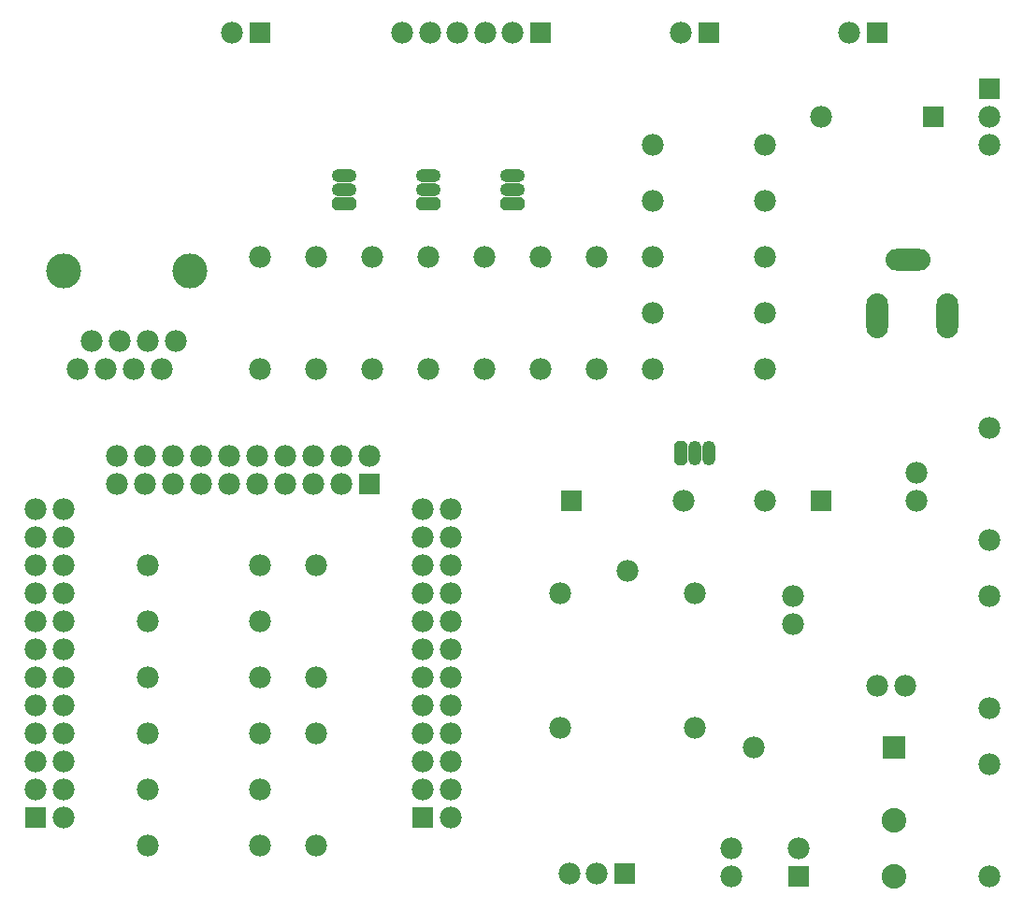
<source format=gbr>
G04 DipTrace 3.3.1.3*
G04 BottomMask.gbr*
%MOIN*%
G04 #@! TF.FileFunction,Soldermask,Bot*
G04 #@! TF.Part,Single*
%AMOUTLINE1*
4,1,4,
0.03894,-0.03894,
-0.03894,-0.03894,
-0.03894,0.03894,
0.03894,0.03894,
0.03894,-0.03894,
0*%
%AMOUTLINE4*
4,1,8,
0.03116,-0.023625,
0.04331,-0.011475,
0.04331,0.011475,
0.03116,0.023625,
-0.03116,0.023625,
-0.04331,0.011475,
-0.04331,-0.011475,
-0.03116,-0.023625,
0.03116,-0.023625,
0*%
%AMOUTLINE7*
4,1,8,
-0.023625,-0.03116,
-0.011475,-0.04331,
0.011475,-0.04331,
0.023625,-0.03116,
0.023625,0.03116,
0.011475,0.04331,
-0.011475,0.04331,
-0.023625,0.03116,
-0.023625,-0.03116,
0*%
%ADD27C,0.125*%
%ADD36O,0.04688X0.08888*%
%ADD38O,0.08888X0.04688*%
%ADD40C,0.08788*%
%ADD42O,0.15988X0.07788*%
%ADD44O,0.07788X0.15988*%
%ADD46C,0.07788*%
%ADD48C,0.07788*%
%ADD50R,0.07788X0.07788*%
%ADD54OUTLINE1*%
%ADD57OUTLINE4*%
%ADD60OUTLINE7*%
%FSLAX26Y26*%
G04*
G70*
G90*
G75*
G01*
G04 BotMask*
%LPD*%
D50*
X3383700Y1953700D3*
D48*
X3183700D3*
D46*
X3283700Y1513700D3*
Y1613700D3*
X3723700Y2053700D3*
Y1953700D3*
X3583700Y1293700D3*
X3683700D3*
D50*
X3303700Y613700D3*
D48*
Y713700D3*
D46*
X3063700D3*
Y613700D3*
D54*
X3643700Y1073700D3*
D46*
X3143700D3*
D50*
X3783700Y3323700D3*
D48*
X3383700D3*
D50*
X2493700Y1953700D3*
D48*
X2893700D3*
X1083700Y2523700D3*
X983700D3*
X883700D3*
X783700D3*
X733700Y2423700D3*
X833700D3*
X933700D3*
X1033700D3*
D27*
X1133700Y2773700D3*
X683700D3*
D44*
X3583700Y2613700D3*
X3833700D3*
D42*
X3693700Y2813700D3*
D50*
X2383700Y3623700D3*
D48*
X2285300D3*
X2186899D3*
X2088501D3*
X1990100D3*
X1891700D3*
D50*
X1383700D3*
D48*
X1285301D3*
D50*
X2983700D3*
D48*
X2885301D3*
D50*
X3583700D3*
D48*
X3485301D3*
D50*
X2683700Y623700D3*
D48*
X2585300D3*
X2486899D3*
X2933700Y1623700D3*
Y1143700D3*
X2453700D3*
X2693700Y1703700D3*
X2453700Y1623700D3*
D40*
X3643700Y813699D3*
Y613699D3*
D57*
X1983700Y3013700D3*
D38*
Y3063700D3*
Y3113700D3*
D57*
X1683700Y3013700D3*
D38*
Y3063700D3*
Y3113700D3*
D57*
X2283700Y3013700D3*
D38*
Y3063700D3*
Y3113700D3*
D50*
X3983700Y3423700D3*
D48*
Y3323700D3*
Y3223700D3*
D60*
X2883700Y2123700D3*
D36*
X2933700D3*
X2983700D3*
D48*
X3983700Y613700D3*
Y1013700D3*
Y1613700D3*
Y1213700D3*
Y2213700D3*
Y1813700D3*
X3183700Y2823700D3*
X2783700D3*
X2183700Y2423700D3*
Y2823700D3*
X1383700Y1123700D3*
X983700D3*
X3183700Y2623700D3*
X2783700D3*
X1983700Y2423700D3*
Y2823700D3*
X1383700Y1323700D3*
X983700D3*
X1783700Y2423700D3*
Y2823700D3*
X1583700Y2423700D3*
Y2823700D3*
X983700Y923700D3*
X1383700D3*
X2383700Y2823700D3*
Y2423700D3*
X2583700D3*
Y2823700D3*
X2783700Y3023700D3*
X3183700D3*
Y3223700D3*
X2783700D3*
X1383700Y1523700D3*
X983700D3*
X1583700Y1723700D3*
Y1323700D3*
X1383700Y723700D3*
X983700D3*
Y1723700D3*
X1383700D3*
Y2823700D3*
Y2423700D3*
X2783700D3*
X3183700D3*
X1583700Y723700D3*
Y1123700D3*
D46*
X683700Y823700D3*
Y923700D3*
Y1023700D3*
Y1123700D3*
Y1223700D3*
Y1323700D3*
Y1423700D3*
Y1523700D3*
Y1623700D3*
Y1723700D3*
D50*
X583700Y823700D3*
D46*
Y923700D3*
Y1023700D3*
Y1123700D3*
Y1223700D3*
Y1323700D3*
Y1423700D3*
Y1523700D3*
Y1623700D3*
Y1723700D3*
X683700Y1823700D3*
Y1923700D3*
X583700Y1823700D3*
Y1923700D3*
X1773700Y2113700D3*
X1673700D3*
X1573700D3*
X1473700D3*
X1373700D3*
X1273700D3*
X1173700D3*
X1073700D3*
X973700D3*
X873700D3*
X2063700Y823700D3*
Y923700D3*
Y1023700D3*
Y1123700D3*
Y1223700D3*
Y1323700D3*
Y1423700D3*
Y1523700D3*
Y1623700D3*
Y1723700D3*
D50*
X1773700Y2013700D3*
D46*
X1673700D3*
X1573700D3*
X1473700D3*
X1373700D3*
X1273700D3*
X1173700D3*
X1073700D3*
X973700D3*
X873700D3*
D50*
X1963700Y823700D3*
D46*
Y923700D3*
Y1023700D3*
Y1123700D3*
Y1223700D3*
Y1323700D3*
Y1423700D3*
Y1523700D3*
Y1623700D3*
Y1723700D3*
X2063700Y1823700D3*
Y1923700D3*
X1963700Y1823700D3*
Y1923700D3*
M02*

</source>
